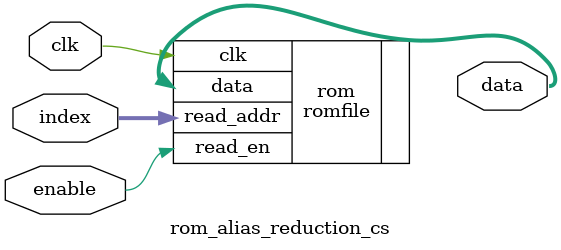
<source format=v>
`timescale 1ns / 1ps
`default_nettype none

module rom_alias_reduction_cs(
    input wire          clk,
	 input wire          enable,
    input wire  [2:0]   index,
    output wire [17:0]  data
    );

	romfile #(
		.ROM_WIDTH(18),
		.ROM_ADDR_BITS(3),
		.FILENAME("lookup_alias_reduction_cs.txt")
	) rom (
		.clk(clk),
		.read_en(enable),
		.read_addr(index),
		.data(data)
	);
endmodule

</source>
